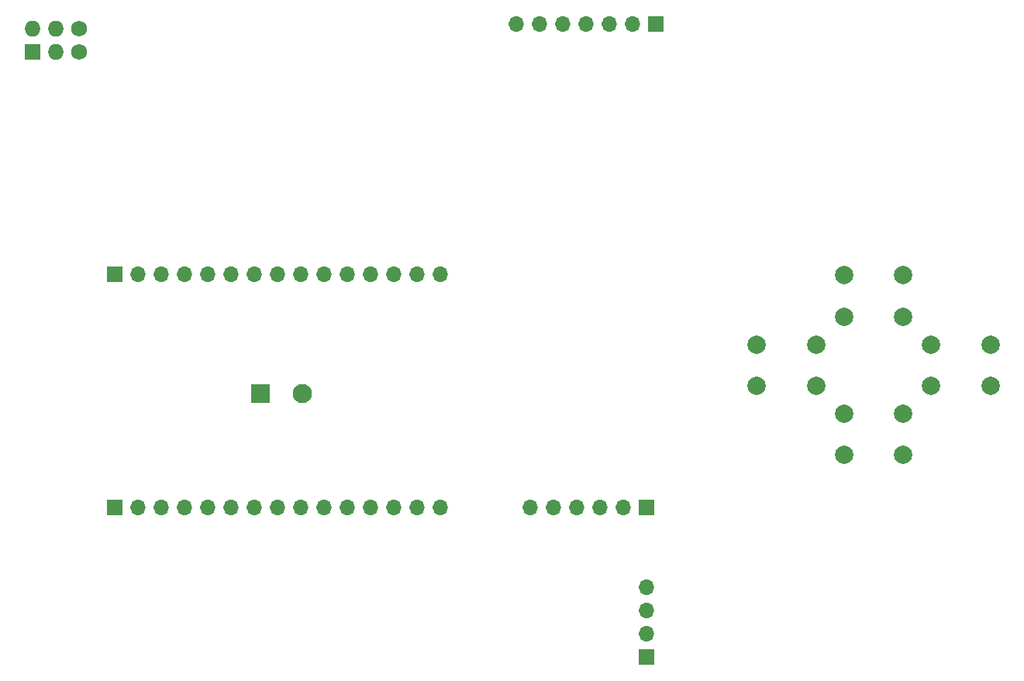
<source format=gbr>
%TF.GenerationSoftware,KiCad,Pcbnew,7.0.2-0*%
%TF.CreationDate,2023-06-19T18:33:07-07:00*%
%TF.ProjectId,FrogBadge,46726f67-4261-4646-9765-2e6b69636164,1.1*%
%TF.SameCoordinates,Original*%
%TF.FileFunction,Soldermask,Top*%
%TF.FilePolarity,Negative*%
%FSLAX46Y46*%
G04 Gerber Fmt 4.6, Leading zero omitted, Abs format (unit mm)*
G04 Created by KiCad (PCBNEW 7.0.2-0) date 2023-06-19 18:33:07*
%MOMM*%
%LPD*%
G01*
G04 APERTURE LIST*
G04 Aperture macros list*
%AMRoundRect*
0 Rectangle with rounded corners*
0 $1 Rounding radius*
0 $2 $3 $4 $5 $6 $7 $8 $9 X,Y pos of 4 corners*
0 Add a 4 corners polygon primitive as box body*
4,1,4,$2,$3,$4,$5,$6,$7,$8,$9,$2,$3,0*
0 Add four circle primitives for the rounded corners*
1,1,$1+$1,$2,$3*
1,1,$1+$1,$4,$5*
1,1,$1+$1,$6,$7*
1,1,$1+$1,$8,$9*
0 Add four rect primitives between the rounded corners*
20,1,$1+$1,$2,$3,$4,$5,0*
20,1,$1+$1,$4,$5,$6,$7,0*
20,1,$1+$1,$6,$7,$8,$9,0*
20,1,$1+$1,$8,$9,$2,$3,0*%
G04 Aperture macros list end*
%ADD10C,2.000000*%
%ADD11R,1.700000X1.700000*%
%ADD12O,1.700000X1.700000*%
%ADD13O,1.727200X1.727200*%
%ADD14R,1.727200X1.727200*%
%ADD15C,1.727200*%
%ADD16RoundRect,0.250001X-0.799999X-0.799999X0.799999X-0.799999X0.799999X0.799999X-0.799999X0.799999X0*%
%ADD17C,2.100000*%
G04 APERTURE END LIST*
D10*
%TO.C,SW3*%
X453009000Y-308102000D03*
X459509000Y-308102000D03*
X453009000Y-312602000D03*
X459509000Y-312602000D03*
%TD*%
D11*
%TO.C,J1*%
X363843500Y-325907000D03*
D12*
X366383500Y-325907000D03*
X368923500Y-325907000D03*
X371463500Y-325907000D03*
X374003500Y-325907000D03*
X376543500Y-325907000D03*
X379083500Y-325907000D03*
X381623500Y-325907000D03*
X384163500Y-325907000D03*
X386703500Y-325907000D03*
X389243500Y-325907000D03*
X391783500Y-325907000D03*
X394323500Y-325907000D03*
X396863500Y-325907000D03*
X399403500Y-325907000D03*
%TD*%
D11*
%TO.C,J3*%
X421894000Y-325882000D03*
D12*
X419354000Y-325882000D03*
X416814000Y-325882000D03*
X414274000Y-325882000D03*
X411734000Y-325882000D03*
X409194000Y-325882000D03*
%TD*%
D13*
%TO.C,X1*%
X354838000Y-273558000D03*
D14*
X354838000Y-276098000D03*
D13*
X357378000Y-273558000D03*
X357378000Y-276098000D03*
D15*
X359918000Y-273558000D03*
X359918000Y-276098000D03*
%TD*%
D10*
%TO.C,SW2*%
X443484000Y-315671200D03*
X449984000Y-315671200D03*
X443484000Y-320171200D03*
X449984000Y-320171200D03*
%TD*%
%TO.C,SW4*%
X433936000Y-308102000D03*
X440436000Y-308102000D03*
X433936000Y-312602000D03*
X440436000Y-312602000D03*
%TD*%
D11*
%TO.C,J5*%
X421894000Y-342265000D03*
D12*
X421894000Y-339725000D03*
X421894000Y-337185000D03*
X421894000Y-334645000D03*
%TD*%
D16*
%TO.C,BT1*%
X379730000Y-313436000D03*
D17*
X384330000Y-313436000D03*
%TD*%
D10*
%TO.C,SW1*%
X443484000Y-300554000D03*
X449984000Y-300554000D03*
X443484000Y-305054000D03*
X449984000Y-305054000D03*
%TD*%
D11*
%TO.C,J4*%
X422910000Y-273050000D03*
D12*
X420370000Y-273050000D03*
X417830000Y-273050000D03*
X415290000Y-273050000D03*
X412750000Y-273050000D03*
X410210000Y-273050000D03*
X407670000Y-273050000D03*
%TD*%
D11*
%TO.C,J2*%
X363843500Y-300457000D03*
D12*
X366383500Y-300457000D03*
X368923500Y-300457000D03*
X371463500Y-300457000D03*
X374003500Y-300457000D03*
X376543500Y-300457000D03*
X379083500Y-300457000D03*
X381623500Y-300457000D03*
X384163500Y-300457000D03*
X386703500Y-300457000D03*
X389243500Y-300457000D03*
X391783500Y-300457000D03*
X394323500Y-300457000D03*
X396863500Y-300457000D03*
X399403500Y-300457000D03*
%TD*%
M02*

</source>
